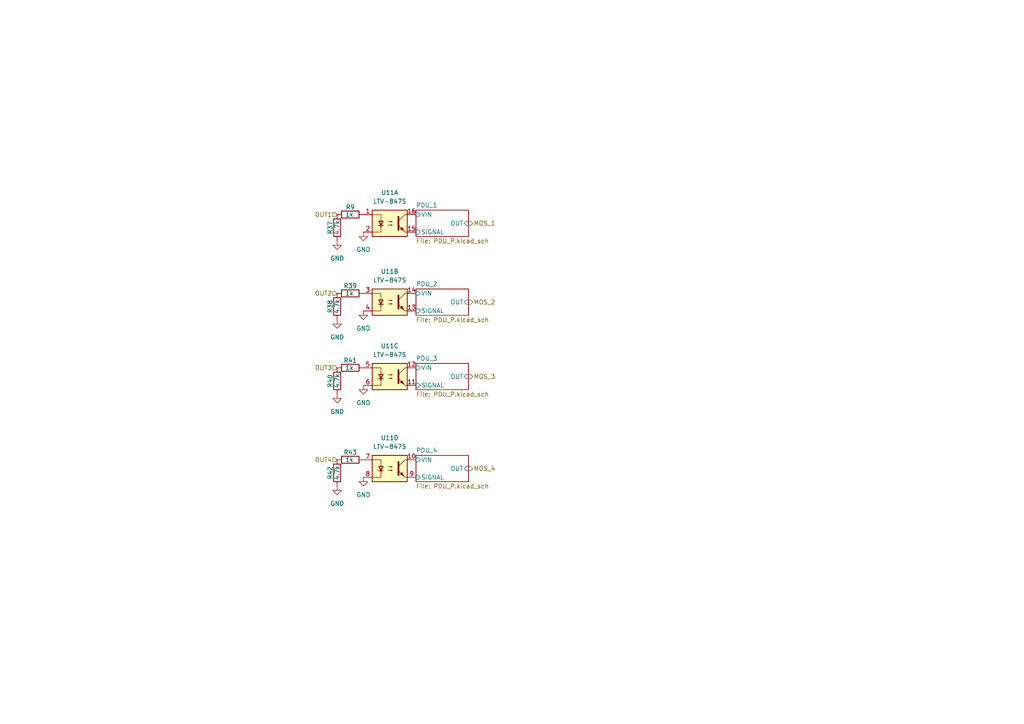
<source format=kicad_sch>
(kicad_sch (version 20250114) (generator "eeschema") (generator_version "9.0")
  (paper "A4")
  (lib_symbols
    (symbol "Device:R" (pin_numbers (hide yes)) (pin_names (offset 0))
      (property "Reference" "R" (at 2.032 0 90))
      (property "Value" "R" (at 0 0 90))
      (symbol "R_0_1"
        (rectangle (start -1.016 -2.54) (end 1.016 2.54) (stroke (width 0.254)))
      )
      (symbol "R_1_1"
        (pin passive line (at 0 3.81 270) (length 1.27) (name "~") (number "1"))
        (pin passive line (at 0 -3.81 90) (length 1.27) (name "~") (number "2"))
      )
    )
    (symbol "Isolator:LTV-847S" (pin_names (offset 1.016))
      (property "Reference" "U" (at -3.81 5.08 0))
      (property "Value" "LTV-847S" (at 0 -5.08 0))
      (symbol "LTV-847S_0_1"
        (rectangle (start -5.08 3.81) (end 5.08 -3.81) (stroke (width 0.254)) (fill (type background)))
        (polyline (pts (xy -5.08 2.54) (xy -2.54 2.54) (xy -2.54 -1.27) (xy -2.54 0.635)))
        (polyline (pts (xy -3.175 -0.635) (xy -1.905 -0.635)) (stroke (width 0.254)))
        (polyline (pts (xy -2.54 -0.635) (xy -2.54 -2.54) (xy -5.08 -2.54)))
        (polyline (pts (xy -2.54 -0.635) (xy -3.175 0.635) (xy -1.905 0.635) (xy -2.54 -0.635)) (stroke (width 0.254)))
        (polyline (pts (xy -0.508 0.508) (xy 0.762 0.508) (xy 0.381 0.381) (xy 0.381 0.635) (xy 0.762 0.508)))
        (polyline (pts (xy -0.508 -0.508) (xy 0.762 -0.508) (xy 0.381 -0.635) (xy 0.381 -0.381) (xy 0.762 -0.508)))
        (polyline (pts (xy 2.54 1.905) (xy 2.54 -1.905) (xy 2.54 -1.905)) (stroke (width 0.508)))
        (polyline (pts (xy 2.54 0.635) (xy 4.445 2.54)))
        (polyline (pts (xy 3.048 -1.651) (xy 3.556 -1.143) (xy 4.064 -2.159) (xy 3.048 -1.651) (xy 3.048 -1.651)) (fill (type outline)))
        (polyline (pts (xy 4.445 2.54) (xy 5.08 2.54)))
        (polyline (pts (xy 4.445 -2.54) (xy 2.54 -0.635)) (fill (type outline)))
        (polyline (pts (xy 4.445 -2.54) (xy 5.08 -2.54)))
      )
      (symbol "LTV-847S_1_1"
        (pin passive line (at -7.62 2.54 0) (length 2.54) (name "~") (number "1"))
        (pin passive line (at -7.62 -2.54 0) (length 2.54) (name "~") (number "2"))
        (pin passive line (at 7.62 2.54 180) (length 2.54) (name "~") (number "16"))
        (pin passive line (at 7.62 -2.54 180) (length 2.54) (name "~") (number "15"))
      )
      (symbol "LTV-847S_2_1"
        (pin passive line (at -7.62 2.54 0) (length 2.54) (name "~") (number "3"))
        (pin passive line (at -7.62 -2.54 0) (length 2.54) (name "~") (number "4"))
        (pin passive line (at 7.62 2.54 180) (length 2.54) (name "~") (number "14"))
        (pin passive line (at 7.62 -2.54 180) (length 2.54) (name "~") (number "13"))
      )
      (symbol "LTV-847S_3_1"
        (pin passive line (at -7.62 2.54 0) (length 2.54) (name "~") (number "5"))
        (pin passive line (at -7.62 -2.54 0) (length 2.54) (name "~") (number "6"))
        (pin passive line (at 7.62 2.54 180) (length 2.54) (name "~") (number "12"))
        (pin passive line (at 7.62 -2.54 180) (length 2.54) (name "~") (number "11"))
      )
      (symbol "LTV-847S_4_1"
        (pin passive line (at -7.62 2.54 0) (length 2.54) (name "~") (number "7"))
        (pin passive line (at -7.62 -2.54 0) (length 2.54) (name "~") (number "8"))
        (pin passive line (at 7.62 2.54 180) (length 2.54) (name "~") (number "10"))
        (pin passive line (at 7.62 -2.54 180) (length 2.54) (name "~") (number "9"))
      )
    )
    (symbol "power:GND" (power) (pin_names (offset 0))
      (property "Value" "GND" (at 0 -3.81 0))
      (symbol "GND_0_1"
        (polyline (pts (xy 0 0) (xy 0 -1.27) (xy 1.27 -1.27) (xy 0 -2.54) (xy -1.27 -1.27) (xy 0 -1.27)))
      )
      (symbol "GND_1_1"
        (pin power_in line (at 0 0 270) (length 0) (hide yes) (name "GND") (number "1"))
      )
    )
  )
  (hierarchical_label "MOS_2" (shape output) (at 135.89 87.63 0))
  (hierarchical_label "MOS_4" (shape output) (at 135.89 135.89 0))
  (hierarchical_label "MOS_1" (shape output) (at 135.89 64.77 0))
  (hierarchical_label "OUT3" (shape input) (at 97.79 106.68 180))
  (hierarchical_label "OUT1" (shape input) (at 97.79 62.23 180))
  (hierarchical_label "OUT4" (shape input) (at 97.79 133.35 180))
  (hierarchical_label "MOS_3" (shape output) (at 135.89 109.22 0))
  (hierarchical_label "OUT2" (shape input) (at 97.79 85.09 180))
  (symbol (lib_id "Device:R") (at 97.79 88.9 0) (mirror x) (unit 1)
    (property "Reference" "R38" (at 95.758 88.9 90))
    (property "Value" "4.7k" (at 97.79 88.9 90))
    (property "Footprint" "RMC_Resistor:R_0805_2012Metric_Pad1.20x1.40mm_HandSolder_L" (effects (hide yes)))
  )
  (symbol (lib_id "Device:R") (at 97.79 66.04 0) (mirror x) (unit 1)
    (property "Reference" "R37" (at 95.758 66.04 90))
    (property "Value" "4.7k" (at 97.79 66.04 90))
    (property "Footprint" "RMC_Resistor:R_0805_2012Metric_Pad1.20x1.40mm_HandSolder_L" (effects (hide yes)))
  )
  (symbol (lib_id "Device:R") (at 97.79 137.16 0) (mirror x) (unit 1)
    (property "Reference" "R42" (at 95.758 137.16 90))
    (property "Value" "4.7k" (at 97.79 137.16 90))
    (property "Footprint" "RMC_Resistor:R_0805_2012Metric_Pad1.20x1.40mm_HandSolder_L" (effects (hide yes)))
  )
  (symbol (lib_id "power:GND") (at 97.79 140.97 0) (unit 1)
    (property "Reference" "#PWR065" (effects (hide yes)))
    (property "Value" "GND" (at 97.79 146.05 0))
  )
  (symbol (lib_id "power:GND") (at 105.41 67.31 0) (unit 1)
    (property "Reference" "#PWR059" (effects (hide yes)))
    (property "Value" "GND" (at 105.41 72.39 0))
  )
  (symbol (lib_id "Isolator:LTV-847S") (at 113.03 87.63 0) (unit 2)
    (property "Reference" "U11" (at 113.03 78.74 0))
    (property "Value" "LTV-847S" (at 113.03 81.28 0))
    (property "Footprint" "Package_DIP:SMDIP-16_W9.53mm" (effects (hide yes)))
    (property "Datasheet" "http://www.us.liteon.com/downloads/LTV-817-827-847.PDF" (effects (hide yes)))
    (property "Description" "DC Optocoupler, Vce 35V, CTR 50%, SMDIP-16" (effects (hide yes)))
  )
  (symbol (lib_id "Device:R") (at 97.79 110.49 0) (mirror x) (unit 1)
    (property "Reference" "R40" (at 95.758 110.49 90))
    (property "Value" "4.7k" (at 97.79 110.49 90))
    (property "Footprint" "RMC_Resistor:R_0805_2012Metric_Pad1.20x1.40mm_HandSolder_L" (effects (hide yes)))
  )
  (symbol (lib_id "power:GND") (at 97.79 114.3 0) (unit 1)
    (property "Reference" "#PWR063" (effects (hide yes)))
    (property "Value" "GND" (at 97.79 119.38 0))
  )
  (symbol (lib_id "Isolator:LTV-847S") (at 113.03 109.22 0) (unit 3)
    (property "Reference" "U11" (at 113.03 100.33 0))
    (property "Value" "LTV-847S" (at 113.03 102.87 0))
    (property "Footprint" "Package_DIP:SMDIP-16_W9.53mm" (effects (hide yes)))
    (property "Datasheet" "http://www.us.liteon.com/downloads/LTV-817-827-847.PDF" (effects (hide yes)))
    (property "Description" "DC Optocoupler, Vce 35V, CTR 50%, SMDIP-16" (effects (hide yes)))
  )
  (symbol (lib_id "power:GND") (at 97.79 69.85 0) (unit 1)
    (property "Reference" "#PWR060" (effects (hide yes)))
    (property "Value" "GND" (at 97.79 74.93 0))
  )
  (symbol (lib_id "power:GND") (at 105.41 138.43 0) (unit 1)
    (property "Reference" "#PWR066" (effects (hide yes)))
    (property "Value" "GND" (at 105.41 143.51 0))
  )
  (symbol (lib_id "Device:R") (at 101.6 133.35 90) (mirror x) (unit 1)
    (property "Reference" "R43" (at 101.6 131.191 90))
    (property "Value" "1k" (at 101.346 133.35 90))
    (property "Footprint" "RMC_Resistor:R_0805_2012Metric_Pad1.20x1.40mm_HandSolder_L" (effects (hide yes)))
  )
  (symbol (lib_id "Isolator:LTV-847S") (at 113.03 135.89 0) (unit 4)
    (property "Reference" "U11" (at 113.03 127 0))
    (property "Value" "LTV-847S" (at 113.03 129.54 0))
    (property "Footprint" "Package_DIP:SMDIP-16_W9.53mm" (effects (hide yes)))
    (property "Datasheet" "http://www.us.liteon.com/downloads/LTV-817-827-847.PDF" (effects (hide yes)))
    (property "Description" "DC Optocoupler, Vce 35V, CTR 50%, SMDIP-16" (effects (hide yes)))
  )
  (symbol (lib_id "Isolator:LTV-847S") (at 113.03 64.77 0) (unit 1)
    (property "Reference" "U11" (at 113.03 55.88 0))
    (property "Value" "LTV-847S" (at 113.03 58.42 0))
    (property "Footprint" "Package_DIP:SMDIP-16_W9.53mm" (effects (hide yes)))
    (property "Datasheet" "http://www.us.liteon.com/downloads/LTV-817-827-847.PDF" (effects (hide yes)))
    (property "Description" "DC Optocoupler, Vce 35V, CTR 50%, SMDIP-16" (effects (hide yes)))
  )
  (symbol (lib_id "power:GND") (at 105.41 111.76 0) (unit 1)
    (property "Reference" "#PWR064" (effects (hide yes)))
    (property "Value" "GND" (at 105.41 116.84 0))
  )
  (symbol (lib_id "Device:R") (at 101.6 62.23 90) (mirror x) (unit 1)
    (property "Reference" "R9" (at 101.6 60.071 90))
    (property "Value" "1k" (at 101.346 62.23 90))
    (property "Footprint" "RMC_Resistor:R_0805_2012Metric_Pad1.20x1.40mm_HandSolder_L" (effects (hide yes)))
  )
  (symbol (lib_id "power:GND") (at 105.41 90.17 0) (unit 1)
    (property "Reference" "#PWR062" (effects (hide yes)))
    (property "Value" "GND" (at 105.41 95.25 0))
  )
  (symbol (lib_id "power:GND") (at 97.79 92.71 0) (unit 1)
    (property "Reference" "#PWR061" (effects (hide yes)))
    (property "Value" "GND" (at 97.79 97.79 0))
  )
  (symbol (lib_id "Device:R") (at 101.6 106.68 90) (mirror x) (unit 1)
    (property "Reference" "R41" (at 101.6 104.521 90))
    (property "Value" "1k" (at 101.346 106.68 90))
    (property "Footprint" "RMC_Resistor:R_0805_2012Metric_Pad1.20x1.40mm_HandSolder_L" (effects (hide yes)))
  )
  (symbol (lib_id "Device:R") (at 101.6 85.09 90) (mirror x) (unit 1)
    (property "Reference" "R39" (at 101.6 82.931 90))
    (property "Value" "1k" (at 101.346 85.09 90))
    (property "Footprint" "RMC_Resistor:R_0805_2012Metric_Pad1.20x1.40mm_HandSolder_L" (effects (hide yes)))
  )
  (sheet (at 120.65 132.08) (size 15.24 7.62) (stroke (width 0.1524))
    (property "Sheetname" "PDU_4" (at 120.65 131.3684 0) (effects (justify left bottom)))
    (property "Sheetfile" "PDU_P.kicad_sch" (at 120.65 140.2846 0) (effects (justify left top)))
    (pin "OUT" input (at 135.89 135.89 0))
    (pin "SIGNAL" input (at 120.65 138.43 180))
    (pin "VIN" input (at 120.65 133.35 180))
  )
  (sheet (at 120.65 83.82) (size 15.24 7.62) (stroke (width 0.1524))
    (property "Sheetname" "PDU_2" (at 120.65 83.1084 0) (effects (justify left bottom)))
    (property "Sheetfile" "PDU_P.kicad_sch" (at 120.65 92.0246 0) (effects (justify left top)))
    (pin "OUT" input (at 135.89 87.63 0))
    (pin "SIGNAL" input (at 120.65 90.17 180))
    (pin "VIN" input (at 120.65 85.09 180))
  )
  (sheet (at 120.65 105.41) (size 15.24 7.62) (stroke (width 0.1524))
    (property "Sheetname" "PDU_3" (at 120.65 104.6984 0) (effects (justify left bottom)))
    (property "Sheetfile" "PDU_P.kicad_sch" (at 120.65 113.6146 0) (effects (justify left top)))
    (pin "OUT" input (at 135.89 109.22 0))
    (pin "SIGNAL" input (at 120.65 111.76 180))
    (pin "VIN" input (at 120.65 106.68 180))
  )
  (sheet (at 120.65 60.96) (size 15.24 7.62) (stroke (width 0.1524))
    (property "Sheetname" "PDU_1" (at 120.65 60.2484 0) (effects (justify left bottom)))
    (property "Sheetfile" "PDU_P.kicad_sch" (at 120.65 69.1646 0) (effects (justify left top)))
    (pin "OUT" input (at 135.89 64.77 0))
    (pin "SIGNAL" input (at 120.65 67.31 180))
    (pin "VIN" input (at 120.65 62.23 180))
  )
)
</source>
